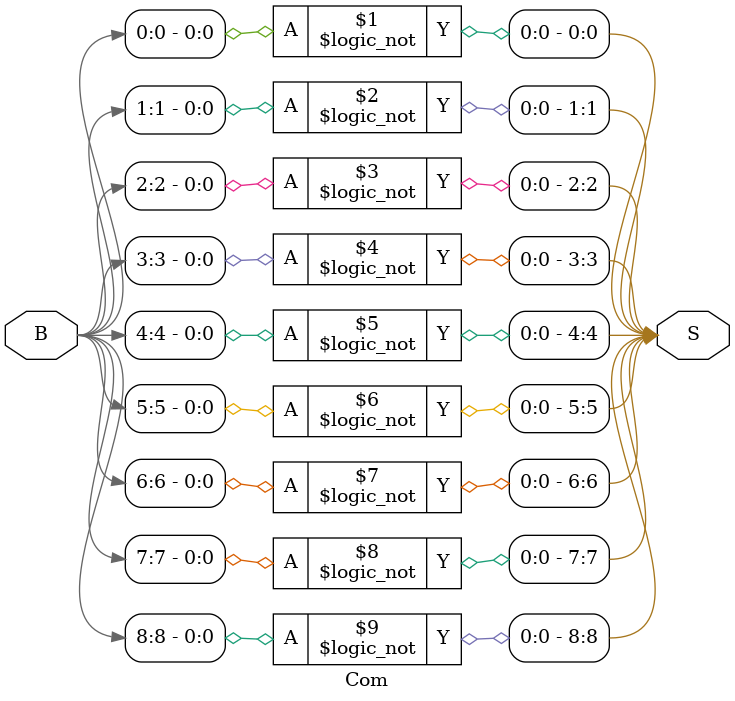
<source format=v>
`timescale 1ns / 1ps
module sub(a, b, S);
input [7:0] a, b;
output [8:0] S;
wire [8:0]x;
wire y, z, w;
assign x = 9'd1;
assign y = 1'b0;
wire [8:0]ta, tb, tc, td;
assign ta[0] = a[0];
assign ta[1] = a[1];
assign ta[2] = a[2];
assign ta[3] = a[3];
assign ta[4] = a[4];
assign ta[5] = a[5];
assign ta[6] = a[6];
assign ta[7] = a[7];
assign ta[8] = a[7];

assign tb[0] = b[0];
assign tb[1] = b[1];
assign tb[2] = b[2];
assign tb[3] = b[3];
assign tb[4] = b[4];
assign tb[5] = b[5];
assign tb[6] = b[6];
assign tb[7] = b[7];
assign tb[8] = b[7];
Com bc(.B(tb), .S(tc));
FullAdder fa(.A(tc), .B(x), .Cin(y), .S(td), .Cout(z));
FullAdder sum(.A(ta), .B(td), .Cin(y), .S(S), .Cout(w));

endmodule
module FullAdder(A, B, Cin, S, Cout);
input [8:0] A, B;
input Cin;
output [8:0] S;
output Cout;
wire [7:0] t;


FA_1bit FA0(.A(A[0]), .B(B[0]), .Cin(Cin), .S(S[0]), .Cout(t[0]));
FA_1bit FA1(.A(A[1]), .B(B[1]), .Cin(t[0]), .S(S[1]), .Cout(t[1]));
FA_1bit FA2(.A(A[2]), .B(B[2]), .Cin(t[1]), .S(S[2]), .Cout(t[2]));
FA_1bit FA3(.A(A[3]), .B(B[3]), .Cin(t[2]), .S(S[3]), .Cout(t[3]));
FA_1bit FA4(.A(A[4]), .B(B[4]), .Cin(t[3]), .S(S[4]), .Cout(t[4]));
FA_1bit FA5(.A(A[5]), .B(B[5]), .Cin(t[4]), .S(S[5]), .Cout(t[5]));
FA_1bit FA6(.A(A[6]), .B(B[6]), .Cin(t[5]), .S(S[6]), .Cout(t[6]));
FA_1bit FA7(.A(A[7]), .B(B[7]), .Cin(t[6]), .S(S[7]), .Cout(t[7]));
FA_1bit FA8(.A(A[8]), .B(B[8]), .Cin(t[7]), .S(S[8]), .Cout(Cout));

endmodule

// ----------------- A 1-bit full adder ----------------------------- 
module FA_1bit(A, B, Cin, S, Cout);
input A, B, Cin;
output S, Cout;
assign S = Cin ^ A ^ B;
assign Cout = (A & B) | (Cin & B) | (Cin & A);
endmodule

// ----------------------Complement -------------------------

module Com(B, S);
input [8:0]B;
output [8:0]S;
assign S[0] = !B[0];
assign S[1] = !B[1];
assign S[2] = !B[2];
assign S[3] = !B[3];
assign S[4] = !B[4];
assign S[5] = !B[5];
assign S[6] = !B[6];
assign S[7] = !B[7];
assign S[8] = !B[8];
endmodule

</source>
